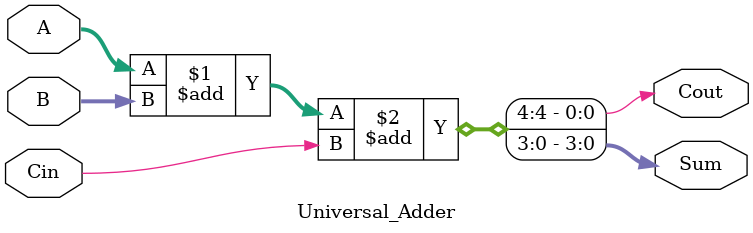
<source format=v>
module Universal_Adder(
    input  [3:0] A,   
    input  [3:0] B,   
    input        Cin, 
    output [3:0] Sum, 
    output       Cout 
);
assign {Cout, Sum} = A + B + Cin;
endmodule

</source>
